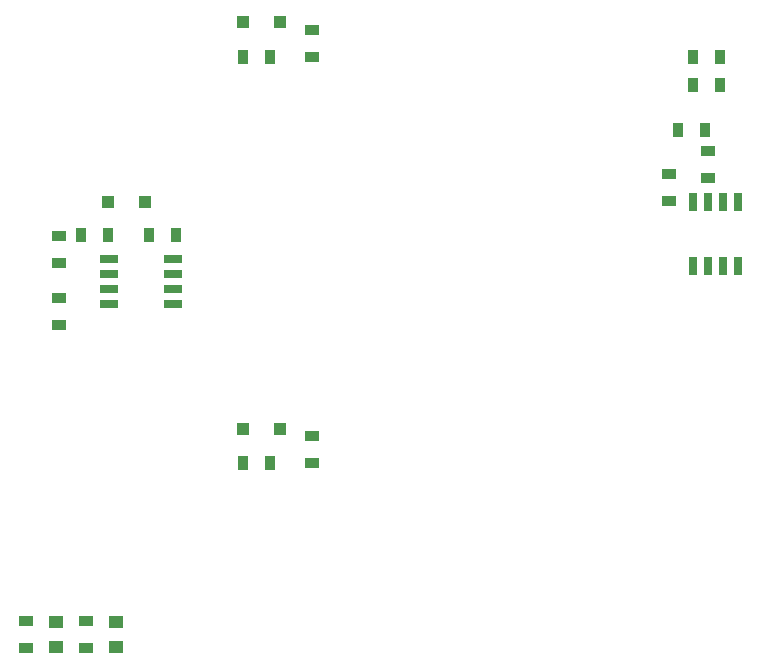
<source format=gtp>
G04*
G04 #@! TF.GenerationSoftware,Altium Limited,Altium Designer,21.1.1 (26)*
G04*
G04 Layer_Color=8421504*
%FSLAX25Y25*%
%MOIN*%
G70*
G04*
G04 #@! TF.SameCoordinates,71F490B5-E471-4577-894E-B108FF22964F*
G04*
G04*
G04 #@! TF.FilePolarity,Positive*
G04*
G01*
G75*
%ADD17R,0.02559X0.06004*%
%ADD18R,0.05118X0.03543*%
%ADD19R,0.03543X0.05118*%
%ADD20R,0.04724X0.04331*%
%ADD21R,0.04291X0.04370*%
%ADD22R,0.06004X0.02559*%
D17*
X416500Y310323D02*
D03*
X421500D02*
D03*
X426500D02*
D03*
X431500D02*
D03*
Y331677D02*
D03*
X426500D02*
D03*
X421500D02*
D03*
X416500D02*
D03*
D18*
X408500Y331972D02*
D03*
Y341028D02*
D03*
X421500Y348500D02*
D03*
Y339500D02*
D03*
X214000Y192000D02*
D03*
Y183000D02*
D03*
X289500Y253500D02*
D03*
Y244500D02*
D03*
X205000Y320200D02*
D03*
Y311200D02*
D03*
Y290700D02*
D03*
Y299700D02*
D03*
X289500Y389000D02*
D03*
Y380000D02*
D03*
X194000Y192000D02*
D03*
Y183000D02*
D03*
D19*
X420528Y355500D02*
D03*
X411472D02*
D03*
X275500Y244500D02*
D03*
X266500D02*
D03*
X275500Y380000D02*
D03*
X266500D02*
D03*
X244028Y320700D02*
D03*
X234972D02*
D03*
X221528D02*
D03*
X212472D02*
D03*
X416500Y370500D02*
D03*
X425500D02*
D03*
Y380000D02*
D03*
X416500D02*
D03*
D20*
X224000Y183366D02*
D03*
Y191634D02*
D03*
X204000Y183366D02*
D03*
Y191634D02*
D03*
D21*
X221299Y331700D02*
D03*
X233701D02*
D03*
X266299Y391500D02*
D03*
X278701D02*
D03*
X266299Y256000D02*
D03*
X278701D02*
D03*
D22*
X243177Y312700D02*
D03*
Y307700D02*
D03*
Y302700D02*
D03*
Y297700D02*
D03*
X221823D02*
D03*
Y302700D02*
D03*
Y307700D02*
D03*
Y312700D02*
D03*
M02*

</source>
